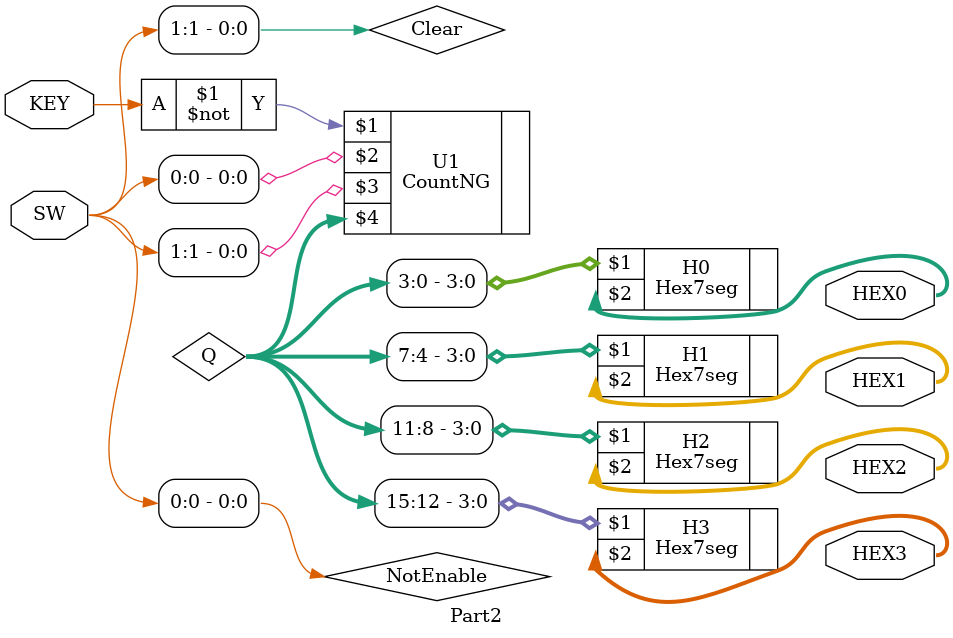
<source format=v>

module Part2( KEY, SW, HEX3, HEX2, HEX1, HEX0 );
  input  [0:0]KEY;                     // Key to activate clock
  input  [1:0]SW;                      // Toggle switches
  output [0:6]HEX0, HEX1, HEX2, HEX3;  // 7-segment displays
  
  wire [15:0]Q;
  wire NotEnable, Clear;
  assign NotEnable = SW[0];            // Enable switch
  assign Clear     = SW[1];            // Clear switch
  
  // use CountNG with N=16
  CountNG #(.N(16)) U1( ~KEY[0], NotEnable, Clear, Q );
  
  // wire up the 7-seg displays
  // Note: you will have to build your own 7-segment hex decoders (4 bits in,
  // seven segments out that display '0' through 'F').
  // 
  Hex7seg H3( Q[15:12], HEX3 );
  Hex7seg H2( Q[11:8],  HEX2 );
  Hex7seg H1( Q[7:4],   HEX1 );
  Hex7seg H0( Q[3:0],   HEX0 );

endmodule

</source>
